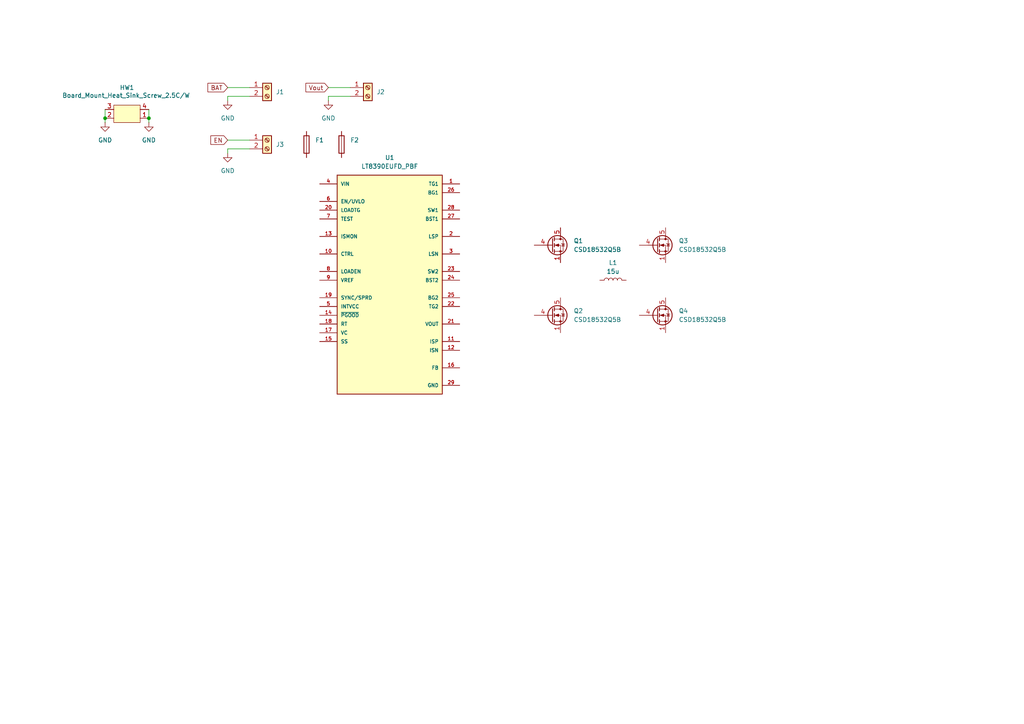
<source format=kicad_sch>
(kicad_sch
	(version 20250114)
	(generator "eeschema")
	(generator_version "9.0")
	(uuid "fa8e210f-4539-4fad-ad3b-e2a7d22847ca")
	(paper "A4")
	(lib_symbols
		(symbol "LT:LT8390EUFD_PBF"
			(pin_names
				(offset 1.016)
			)
			(exclude_from_sim no)
			(in_bom yes)
			(on_board yes)
			(property "Reference" "U"
				(at -15.24 28.829 0)
				(effects
					(font
						(size 1.27 1.27)
					)
					(justify left bottom)
				)
			)
			(property "Value" "LT8390EUFD_PBF"
				(at -15.24 -38.1 0)
				(effects
					(font
						(size 1.27 1.27)
					)
					(justify left bottom)
				)
			)
			(property "Footprint" "LT8390EUFD_PBF:QFN50P500X400X80-29N"
				(at 0 0 0)
				(effects
					(font
						(size 1.27 1.27)
					)
					(justify bottom)
					(hide yes)
				)
			)
			(property "Datasheet" ""
				(at 0 0 0)
				(effects
					(font
						(size 1.27 1.27)
					)
					(hide yes)
				)
			)
			(property "Description" ""
				(at 0 0 0)
				(effects
					(font
						(size 1.27 1.27)
					)
					(hide yes)
				)
			)
			(property "MF" "Analog Devices"
				(at 0 0 0)
				(effects
					(font
						(size 1.27 1.27)
					)
					(justify bottom)
					(hide yes)
				)
			)
			(property "MAXIMUM_PACKAGE_HEIGHT" "0.8mm"
				(at 0 0 0)
				(effects
					(font
						(size 1.27 1.27)
					)
					(justify bottom)
					(hide yes)
				)
			)
			(property "Package" "QFN -28 Analog Devices"
				(at 0 0 0)
				(effects
					(font
						(size 1.27 1.27)
					)
					(justify bottom)
					(hide yes)
				)
			)
			(property "Price" "None"
				(at 0 0 0)
				(effects
					(font
						(size 1.27 1.27)
					)
					(justify bottom)
					(hide yes)
				)
			)
			(property "Check_prices" "https://www.snapeda.com/parts/LT8390EUFD%23PBF/Analog+Devices/view-part/?ref=eda"
				(at 0 0 0)
				(effects
					(font
						(size 1.27 1.27)
					)
					(justify bottom)
					(hide yes)
				)
			)
			(property "STANDARD" "IPC7351B"
				(at 0 0 0)
				(effects
					(font
						(size 1.27 1.27)
					)
					(justify bottom)
					(hide yes)
				)
			)
			(property "PARTREV" "C"
				(at 0 0 0)
				(effects
					(font
						(size 1.27 1.27)
					)
					(justify bottom)
					(hide yes)
				)
			)
			(property "SnapEDA_Link" "https://www.snapeda.com/parts/LT8390EUFD%23PBF/Analog+Devices/view-part/?ref=snap"
				(at 0 0 0)
				(effects
					(font
						(size 1.27 1.27)
					)
					(justify bottom)
					(hide yes)
				)
			)
			(property "MP" "LT8390EUFD#PBF"
				(at 0 0 0)
				(effects
					(font
						(size 1.27 1.27)
					)
					(justify bottom)
					(hide yes)
				)
			)
			(property "Description_1" "60V Synchronous 4-Switch Buck-Boost Controller with Spread Spectrum"
				(at 0 0 0)
				(effects
					(font
						(size 1.27 1.27)
					)
					(justify bottom)
					(hide yes)
				)
			)
			(property "MANUFACTURER" "Analog Devices"
				(at 0 0 0)
				(effects
					(font
						(size 1.27 1.27)
					)
					(justify bottom)
					(hide yes)
				)
			)
			(property "Availability" "In Stock"
				(at 0 0 0)
				(effects
					(font
						(size 1.27 1.27)
					)
					(justify bottom)
					(hide yes)
				)
			)
			(property "SNAPEDA_PN" "LT8390EUFD_PBF"
				(at 0 0 0)
				(effects
					(font
						(size 1.27 1.27)
					)
					(justify bottom)
					(hide yes)
				)
			)
			(symbol "LT8390EUFD_PBF_0_0"
				(rectangle
					(start -15.24 -35.56)
					(end 15.24 27.94)
					(stroke
						(width 0.254)
						(type default)
					)
					(fill
						(type background)
					)
				)
				(pin input line
					(at -20.32 25.4 0)
					(length 5.08)
					(name "VIN"
						(effects
							(font
								(size 1.016 1.016)
							)
						)
					)
					(number "4"
						(effects
							(font
								(size 1.016 1.016)
							)
						)
					)
				)
				(pin input line
					(at -20.32 20.32 0)
					(length 5.08)
					(name "EN/UVLO"
						(effects
							(font
								(size 1.016 1.016)
							)
						)
					)
					(number "6"
						(effects
							(font
								(size 1.016 1.016)
							)
						)
					)
				)
				(pin input line
					(at -20.32 17.78 0)
					(length 5.08)
					(name "LOADTG"
						(effects
							(font
								(size 1.016 1.016)
							)
						)
					)
					(number "20"
						(effects
							(font
								(size 1.016 1.016)
							)
						)
					)
				)
				(pin bidirectional line
					(at -20.32 15.24 0)
					(length 5.08)
					(name "TEST"
						(effects
							(font
								(size 1.016 1.016)
							)
						)
					)
					(number "7"
						(effects
							(font
								(size 1.016 1.016)
							)
						)
					)
				)
				(pin output line
					(at -20.32 10.16 0)
					(length 5.08)
					(name "ISMON"
						(effects
							(font
								(size 1.016 1.016)
							)
						)
					)
					(number "13"
						(effects
							(font
								(size 1.016 1.016)
							)
						)
					)
				)
				(pin input line
					(at -20.32 5.08 0)
					(length 5.08)
					(name "CTRL"
						(effects
							(font
								(size 1.016 1.016)
							)
						)
					)
					(number "10"
						(effects
							(font
								(size 1.016 1.016)
							)
						)
					)
				)
				(pin input line
					(at -20.32 0 0)
					(length 5.08)
					(name "LOADEN"
						(effects
							(font
								(size 1.016 1.016)
							)
						)
					)
					(number "8"
						(effects
							(font
								(size 1.016 1.016)
							)
						)
					)
				)
				(pin output line
					(at -20.32 -2.54 0)
					(length 5.08)
					(name "VREF"
						(effects
							(font
								(size 1.016 1.016)
							)
						)
					)
					(number "9"
						(effects
							(font
								(size 1.016 1.016)
							)
						)
					)
				)
				(pin input line
					(at -20.32 -7.62 0)
					(length 5.08)
					(name "SYNC/SPRD"
						(effects
							(font
								(size 1.016 1.016)
							)
						)
					)
					(number "19"
						(effects
							(font
								(size 1.016 1.016)
							)
						)
					)
				)
				(pin output line
					(at -20.32 -10.16 0)
					(length 5.08)
					(name "INTVCC"
						(effects
							(font
								(size 1.016 1.016)
							)
						)
					)
					(number "5"
						(effects
							(font
								(size 1.016 1.016)
							)
						)
					)
				)
				(pin output line
					(at -20.32 -12.7 0)
					(length 5.08)
					(name "~{PGOOD}"
						(effects
							(font
								(size 1.016 1.016)
							)
						)
					)
					(number "14"
						(effects
							(font
								(size 1.016 1.016)
							)
						)
					)
				)
				(pin input line
					(at -20.32 -15.24 0)
					(length 5.08)
					(name "RT"
						(effects
							(font
								(size 1.016 1.016)
							)
						)
					)
					(number "18"
						(effects
							(font
								(size 1.016 1.016)
							)
						)
					)
				)
				(pin output line
					(at -20.32 -17.78 0)
					(length 5.08)
					(name "VC"
						(effects
							(font
								(size 1.016 1.016)
							)
						)
					)
					(number "17"
						(effects
							(font
								(size 1.016 1.016)
							)
						)
					)
				)
				(pin input line
					(at -20.32 -20.32 0)
					(length 5.08)
					(name "SS"
						(effects
							(font
								(size 1.016 1.016)
							)
						)
					)
					(number "15"
						(effects
							(font
								(size 1.016 1.016)
							)
						)
					)
				)
				(pin passive line
					(at 20.32 25.4 180)
					(length 5.08)
					(name "TG1"
						(effects
							(font
								(size 1.016 1.016)
							)
						)
					)
					(number "1"
						(effects
							(font
								(size 1.016 1.016)
							)
						)
					)
				)
				(pin passive line
					(at 20.32 22.86 180)
					(length 5.08)
					(name "BG1"
						(effects
							(font
								(size 1.016 1.016)
							)
						)
					)
					(number "26"
						(effects
							(font
								(size 1.016 1.016)
							)
						)
					)
				)
				(pin output line
					(at 20.32 17.78 180)
					(length 5.08)
					(name "SW1"
						(effects
							(font
								(size 1.016 1.016)
							)
						)
					)
					(number "28"
						(effects
							(font
								(size 1.016 1.016)
							)
						)
					)
				)
				(pin input line
					(at 20.32 15.24 180)
					(length 5.08)
					(name "BST1"
						(effects
							(font
								(size 1.016 1.016)
							)
						)
					)
					(number "27"
						(effects
							(font
								(size 1.016 1.016)
							)
						)
					)
				)
				(pin passive line
					(at 20.32 10.16 180)
					(length 5.08)
					(name "LSP"
						(effects
							(font
								(size 1.016 1.016)
							)
						)
					)
					(number "2"
						(effects
							(font
								(size 1.016 1.016)
							)
						)
					)
				)
				(pin passive line
					(at 20.32 5.08 180)
					(length 5.08)
					(name "LSN"
						(effects
							(font
								(size 1.016 1.016)
							)
						)
					)
					(number "3"
						(effects
							(font
								(size 1.016 1.016)
							)
						)
					)
				)
				(pin output line
					(at 20.32 0 180)
					(length 5.08)
					(name "SW2"
						(effects
							(font
								(size 1.016 1.016)
							)
						)
					)
					(number "23"
						(effects
							(font
								(size 1.016 1.016)
							)
						)
					)
				)
				(pin input line
					(at 20.32 -2.54 180)
					(length 5.08)
					(name "BST2"
						(effects
							(font
								(size 1.016 1.016)
							)
						)
					)
					(number "24"
						(effects
							(font
								(size 1.016 1.016)
							)
						)
					)
				)
				(pin passive line
					(at 20.32 -7.62 180)
					(length 5.08)
					(name "BG2"
						(effects
							(font
								(size 1.016 1.016)
							)
						)
					)
					(number "25"
						(effects
							(font
								(size 1.016 1.016)
							)
						)
					)
				)
				(pin passive line
					(at 20.32 -10.16 180)
					(length 5.08)
					(name "TG2"
						(effects
							(font
								(size 1.016 1.016)
							)
						)
					)
					(number "22"
						(effects
							(font
								(size 1.016 1.016)
							)
						)
					)
				)
				(pin output line
					(at 20.32 -15.24 180)
					(length 5.08)
					(name "VOUT"
						(effects
							(font
								(size 1.016 1.016)
							)
						)
					)
					(number "21"
						(effects
							(font
								(size 1.016 1.016)
							)
						)
					)
				)
				(pin passive line
					(at 20.32 -20.32 180)
					(length 5.08)
					(name "ISP"
						(effects
							(font
								(size 1.016 1.016)
							)
						)
					)
					(number "11"
						(effects
							(font
								(size 1.016 1.016)
							)
						)
					)
				)
				(pin passive line
					(at 20.32 -22.86 180)
					(length 5.08)
					(name "ISN"
						(effects
							(font
								(size 1.016 1.016)
							)
						)
					)
					(number "12"
						(effects
							(font
								(size 1.016 1.016)
							)
						)
					)
				)
				(pin input line
					(at 20.32 -27.94 180)
					(length 5.08)
					(name "FB"
						(effects
							(font
								(size 1.016 1.016)
							)
						)
					)
					(number "16"
						(effects
							(font
								(size 1.016 1.016)
							)
						)
					)
				)
				(pin power_in line
					(at 20.32 -33.02 180)
					(length 5.08)
					(name "GND"
						(effects
							(font
								(size 1.016 1.016)
							)
						)
					)
					(number "29"
						(effects
							(font
								(size 1.016 1.016)
							)
						)
					)
				)
			)
			(embedded_fonts no)
		)
		(symbol "Transistor_FET:CSD18532Q5B"
			(pin_names
				(offset 0)
				(hide yes)
			)
			(exclude_from_sim no)
			(in_bom yes)
			(on_board yes)
			(property "Reference" "Q"
				(at 5.08 1.905 0)
				(effects
					(font
						(size 1.27 1.27)
					)
					(justify left)
				)
			)
			(property "Value" "CSD18532Q5B"
				(at 5.08 0 0)
				(effects
					(font
						(size 1.27 1.27)
					)
					(justify left)
				)
			)
			(property "Footprint" "Package_TO_SOT_SMD:TDSON-8-1"
				(at 5.08 -1.905 0)
				(effects
					(font
						(size 1.27 1.27)
						(italic yes)
					)
					(justify left)
					(hide yes)
				)
			)
			(property "Datasheet" "http://www.ti.com/lit/gpn/csd18532q5b"
				(at 5.08 -3.81 0)
				(effects
					(font
						(size 1.27 1.27)
					)
					(justify left)
					(hide yes)
				)
			)
			(property "Description" "100A Id, 60V Vds, NexFET N-Channel Power MOSFET, 3.2mOhm Ron, 44nC Qg(typ), SON8 5x6mm"
				(at 0 0 0)
				(effects
					(font
						(size 1.27 1.27)
					)
					(hide yes)
				)
			)
			(property "ki_keywords" "NexFET Power MOSFET N-MOS"
				(at 0 0 0)
				(effects
					(font
						(size 1.27 1.27)
					)
					(hide yes)
				)
			)
			(property "ki_fp_filters" "TDSON*"
				(at 0 0 0)
				(effects
					(font
						(size 1.27 1.27)
					)
					(hide yes)
				)
			)
			(symbol "CSD18532Q5B_0_1"
				(polyline
					(pts
						(xy 0.254 1.905) (xy 0.254 -1.905)
					)
					(stroke
						(width 0.254)
						(type default)
					)
					(fill
						(type none)
					)
				)
				(polyline
					(pts
						(xy 0.254 0) (xy -2.54 0)
					)
					(stroke
						(width 0)
						(type default)
					)
					(fill
						(type none)
					)
				)
				(polyline
					(pts
						(xy 0.762 2.286) (xy 0.762 1.27)
					)
					(stroke
						(width 0.254)
						(type default)
					)
					(fill
						(type none)
					)
				)
				(polyline
					(pts
						(xy 0.762 0.508) (xy 0.762 -0.508)
					)
					(stroke
						(width 0.254)
						(type default)
					)
					(fill
						(type none)
					)
				)
				(polyline
					(pts
						(xy 0.762 -1.27) (xy 0.762 -2.286)
					)
					(stroke
						(width 0.254)
						(type default)
					)
					(fill
						(type none)
					)
				)
				(polyline
					(pts
						(xy 0.762 -1.778) (xy 3.302 -1.778) (xy 3.302 1.778) (xy 0.762 1.778)
					)
					(stroke
						(width 0)
						(type default)
					)
					(fill
						(type none)
					)
				)
				(polyline
					(pts
						(xy 1.016 0) (xy 2.032 0.381) (xy 2.032 -0.381) (xy 1.016 0)
					)
					(stroke
						(width 0)
						(type default)
					)
					(fill
						(type outline)
					)
				)
				(circle
					(center 1.651 0)
					(radius 2.794)
					(stroke
						(width 0.254)
						(type default)
					)
					(fill
						(type none)
					)
				)
				(polyline
					(pts
						(xy 2.54 2.54) (xy 2.54 1.778)
					)
					(stroke
						(width 0)
						(type default)
					)
					(fill
						(type none)
					)
				)
				(circle
					(center 2.54 1.778)
					(radius 0.254)
					(stroke
						(width 0)
						(type default)
					)
					(fill
						(type outline)
					)
				)
				(circle
					(center 2.54 -1.778)
					(radius 0.254)
					(stroke
						(width 0)
						(type default)
					)
					(fill
						(type outline)
					)
				)
				(polyline
					(pts
						(xy 2.54 -2.54) (xy 2.54 0) (xy 0.762 0)
					)
					(stroke
						(width 0)
						(type default)
					)
					(fill
						(type none)
					)
				)
				(polyline
					(pts
						(xy 2.794 0.508) (xy 2.921 0.381) (xy 3.683 0.381) (xy 3.81 0.254)
					)
					(stroke
						(width 0)
						(type default)
					)
					(fill
						(type none)
					)
				)
				(polyline
					(pts
						(xy 3.302 0.381) (xy 2.921 -0.254) (xy 3.683 -0.254) (xy 3.302 0.381)
					)
					(stroke
						(width 0)
						(type default)
					)
					(fill
						(type none)
					)
				)
			)
			(symbol "CSD18532Q5B_1_1"
				(pin input line
					(at -5.08 0 0)
					(length 5.08)
					(name "G"
						(effects
							(font
								(size 1.27 1.27)
							)
						)
					)
					(number "4"
						(effects
							(font
								(size 1.27 1.27)
							)
						)
					)
				)
				(pin passive line
					(at 2.54 5.08 270)
					(length 2.54)
					(name "D"
						(effects
							(font
								(size 1.27 1.27)
							)
						)
					)
					(number "5"
						(effects
							(font
								(size 1.27 1.27)
							)
						)
					)
				)
				(pin passive line
					(at 2.54 -5.08 90)
					(length 2.54)
					(name "S"
						(effects
							(font
								(size 1.27 1.27)
							)
						)
					)
					(number "1"
						(effects
							(font
								(size 1.27 1.27)
							)
						)
					)
				)
				(pin passive line
					(at 2.54 -5.08 90)
					(length 2.54)
					(hide yes)
					(name "S"
						(effects
							(font
								(size 1.27 1.27)
							)
						)
					)
					(number "2"
						(effects
							(font
								(size 1.27 1.27)
							)
						)
					)
				)
				(pin passive line
					(at 2.54 -5.08 90)
					(length 2.54)
					(hide yes)
					(name "S"
						(effects
							(font
								(size 1.27 1.27)
							)
						)
					)
					(number "3"
						(effects
							(font
								(size 1.27 1.27)
							)
						)
					)
				)
			)
			(embedded_fonts no)
		)
		(symbol "power:GND"
			(power)
			(pin_numbers
				(hide yes)
			)
			(pin_names
				(offset 0)
				(hide yes)
			)
			(exclude_from_sim no)
			(in_bom yes)
			(on_board yes)
			(property "Reference" "#PWR"
				(at 0 -6.35 0)
				(effects
					(font
						(size 1.27 1.27)
					)
					(hide yes)
				)
			)
			(property "Value" "GND"
				(at 0 -3.81 0)
				(effects
					(font
						(size 1.27 1.27)
					)
				)
			)
			(property "Footprint" ""
				(at 0 0 0)
				(effects
					(font
						(size 1.27 1.27)
					)
					(hide yes)
				)
			)
			(property "Datasheet" ""
				(at 0 0 0)
				(effects
					(font
						(size 1.27 1.27)
					)
					(hide yes)
				)
			)
			(property "Description" "Power symbol creates a global label with name \"GND\" , ground"
				(at 0 0 0)
				(effects
					(font
						(size 1.27 1.27)
					)
					(hide yes)
				)
			)
			(property "ki_keywords" "global power"
				(at 0 0 0)
				(effects
					(font
						(size 1.27 1.27)
					)
					(hide yes)
				)
			)
			(symbol "GND_0_1"
				(polyline
					(pts
						(xy 0 0) (xy 0 -1.27) (xy 1.27 -1.27) (xy 0 -2.54) (xy -1.27 -1.27) (xy 0 -1.27)
					)
					(stroke
						(width 0)
						(type default)
					)
					(fill
						(type none)
					)
				)
			)
			(symbol "GND_1_1"
				(pin power_in line
					(at 0 0 270)
					(length 0)
					(name "~"
						(effects
							(font
								(size 1.27 1.27)
							)
						)
					)
					(number "1"
						(effects
							(font
								(size 1.27 1.27)
							)
						)
					)
				)
			)
			(embedded_fonts no)
		)
		(symbol "rsx_fuses:Fuse_Holder_Auto"
			(pin_numbers
				(hide yes)
			)
			(pin_names
				(offset 0)
			)
			(exclude_from_sim no)
			(in_bom yes)
			(on_board yes)
			(property "Reference" "F"
				(at 2.032 0 90)
				(effects
					(font
						(size 1.27 1.27)
					)
				)
			)
			(property "Value" "Fuse_Holder_Auto"
				(at -1.905 0 90)
				(effects
					(font
						(size 1.27 1.27)
					)
				)
			)
			(property "Footprint" "rsx_fuses:FUSE_3568-10"
				(at -1.778 0 90)
				(effects
					(font
						(size 1.27 1.27)
					)
					(hide yes)
				)
			)
			(property "Datasheet" "~"
				(at 0 0 0)
				(effects
					(font
						(size 1.27 1.27)
					)
					(hide yes)
				)
			)
			(property "Description" "Fuse Holder 30 A 500V 1 Circuit Blade Through Hole"
				(at 0 0 0)
				(effects
					(font
						(size 1.27 1.27)
					)
					(hide yes)
				)
			)
			(property "MFR" "Keystone Electronics"
				(at 0 0 0)
				(effects
					(font
						(size 1.27 1.27)
					)
					(hide yes)
				)
			)
			(property "DPN" "36-3568-10-ND"
				(at 0 0 0)
				(effects
					(font
						(size 1.27 1.27)
					)
					(hide yes)
				)
			)
			(property "MPN" "3568-10"
				(at 0 0 0)
				(effects
					(font
						(size 1.27 1.27)
					)
					(hide yes)
				)
			)
			(property "ki_keywords" "fuse"
				(at 0 0 0)
				(effects
					(font
						(size 1.27 1.27)
					)
					(hide yes)
				)
			)
			(property "ki_fp_filters" "*Fuse*"
				(at 0 0 0)
				(effects
					(font
						(size 1.27 1.27)
					)
					(hide yes)
				)
			)
			(symbol "Fuse_Holder_Auto_0_1"
				(rectangle
					(start -0.762 2.54)
					(end 0.762 -2.54)
					(stroke
						(width 0.254)
						(type default)
					)
					(fill
						(type none)
					)
				)
				(polyline
					(pts
						(xy 0 2.54) (xy 0 -2.54)
					)
					(stroke
						(width 0)
						(type default)
					)
					(fill
						(type none)
					)
				)
			)
			(symbol "Fuse_Holder_Auto_1_1"
				(pin passive line
					(at 0 3.81 270)
					(length 1.27)
					(name "~"
						(effects
							(font
								(size 1.27 1.27)
							)
						)
					)
					(number "1"
						(effects
							(font
								(size 1.27 1.27)
							)
						)
					)
				)
				(pin passive line
					(at 0 -3.81 90)
					(length 1.27)
					(name "~"
						(effects
							(font
								(size 1.27 1.27)
							)
						)
					)
					(number "2"
						(effects
							(font
								(size 1.27 1.27)
							)
						)
					)
				)
			)
			(embedded_fonts no)
		)
		(symbol "rsx_header_screw:Screw_Terminal_2x2.54"
			(pin_names
				(offset 1.016)
				(hide yes)
			)
			(exclude_from_sim no)
			(in_bom yes)
			(on_board yes)
			(property "Reference" "J"
				(at 0 2.54 0)
				(effects
					(font
						(size 1.27 1.27)
					)
				)
			)
			(property "Value" "Screw_Terminal_2x2.54"
				(at 0 -5.08 0)
				(effects
					(font
						(size 1.27 1.27)
					)
					(hide yes)
				)
			)
			(property "Footprint" "rsx_headers_screw:Wurth_691210910002"
				(at 0 0 0)
				(effects
					(font
						(size 1.27 1.27)
					)
					(hide yes)
				)
			)
			(property "Datasheet" "~"
				(at 0 0 0)
				(effects
					(font
						(size 1.27 1.27)
					)
					(hide yes)
				)
			)
			(property "Description" "TERM BLOCK 2P HORIZON 2.54MM PCB"
				(at 0 0 0)
				(effects
					(font
						(size 1.27 1.27)
					)
					(hide yes)
				)
			)
			(property "MFR" "Würth Elektronik"
				(at 0 0 0)
				(effects
					(font
						(size 1.27 1.27)
					)
					(hide yes)
				)
			)
			(property "DPN" "732-691210910002-ND"
				(at 0 0 0)
				(effects
					(font
						(size 1.27 1.27)
					)
					(hide yes)
				)
			)
			(property "MPN" "691210910002"
				(at 0 0 0)
				(effects
					(font
						(size 1.27 1.27)
					)
					(hide yes)
				)
			)
			(property "ki_keywords" "screw terminal"
				(at 0 0 0)
				(effects
					(font
						(size 1.27 1.27)
					)
					(hide yes)
				)
			)
			(property "ki_fp_filters" "TerminalBlock*:*"
				(at 0 0 0)
				(effects
					(font
						(size 1.27 1.27)
					)
					(hide yes)
				)
			)
			(symbol "Screw_Terminal_2x2.54_1_1"
				(rectangle
					(start -1.27 1.27)
					(end 1.27 -3.81)
					(stroke
						(width 0.254)
						(type default)
					)
					(fill
						(type background)
					)
				)
				(polyline
					(pts
						(xy -0.5334 0.3302) (xy 0.3302 -0.508)
					)
					(stroke
						(width 0.1524)
						(type default)
					)
					(fill
						(type none)
					)
				)
				(polyline
					(pts
						(xy -0.5334 -2.2098) (xy 0.3302 -3.048)
					)
					(stroke
						(width 0.1524)
						(type default)
					)
					(fill
						(type none)
					)
				)
				(polyline
					(pts
						(xy -0.3556 0.508) (xy 0.508 -0.3302)
					)
					(stroke
						(width 0.1524)
						(type default)
					)
					(fill
						(type none)
					)
				)
				(polyline
					(pts
						(xy -0.3556 -2.032) (xy 0.508 -2.8702)
					)
					(stroke
						(width 0.1524)
						(type default)
					)
					(fill
						(type none)
					)
				)
				(circle
					(center 0 0)
					(radius 0.635)
					(stroke
						(width 0.1524)
						(type default)
					)
					(fill
						(type none)
					)
				)
				(circle
					(center 0 -2.54)
					(radius 0.635)
					(stroke
						(width 0.1524)
						(type default)
					)
					(fill
						(type none)
					)
				)
				(pin passive line
					(at -5.08 0 0)
					(length 3.81)
					(name "Pin_1"
						(effects
							(font
								(size 1.27 1.27)
							)
						)
					)
					(number "1"
						(effects
							(font
								(size 1.27 1.27)
							)
						)
					)
				)
				(pin passive line
					(at -5.08 -2.54 0)
					(length 3.81)
					(name "Pin_2"
						(effects
							(font
								(size 1.27 1.27)
							)
						)
					)
					(number "2"
						(effects
							(font
								(size 1.27 1.27)
							)
						)
					)
				)
			)
			(embedded_fonts no)
		)
		(symbol "rsx_header_screw:Screw_Terminal_2x5.08"
			(pin_names
				(offset 1.016)
				(hide yes)
			)
			(exclude_from_sim no)
			(in_bom yes)
			(on_board yes)
			(property "Reference" "J"
				(at 0 2.54 0)
				(effects
					(font
						(size 1.27 1.27)
					)
				)
			)
			(property "Value" "Screw_Terminal_2x5.08"
				(at 0 -5.08 0)
				(effects
					(font
						(size 1.27 1.27)
					)
					(hide yes)
				)
			)
			(property "Footprint" "rsx_headers_screw:Molex_0398800302"
				(at 0 0 0)
				(effects
					(font
						(size 1.27 1.27)
					)
					(hide yes)
				)
			)
			(property "Datasheet" "~"
				(at 0 0 0)
				(effects
					(font
						(size 1.27 1.27)
					)
					(hide yes)
				)
			)
			(property "Description" "TERM BLK 2P SIDE ENT 5.08MM PCB"
				(at 0 0 0)
				(effects
					(font
						(size 1.27 1.27)
					)
					(hide yes)
				)
			)
			(property "MFR" "Molex"
				(at 0 0 0)
				(effects
					(font
						(size 1.27 1.27)
					)
					(hide yes)
				)
			)
			(property "DPN" "WM4393-ND"
				(at 0 0 0)
				(effects
					(font
						(size 1.27 1.27)
					)
					(hide yes)
				)
			)
			(property "MPN" "398800302"
				(at 0 0 0)
				(effects
					(font
						(size 1.27 1.27)
					)
					(hide yes)
				)
			)
			(property "ki_keywords" "screw terminal"
				(at 0 0 0)
				(effects
					(font
						(size 1.27 1.27)
					)
					(hide yes)
				)
			)
			(property "ki_fp_filters" "TerminalBlock*:*"
				(at 0 0 0)
				(effects
					(font
						(size 1.27 1.27)
					)
					(hide yes)
				)
			)
			(symbol "Screw_Terminal_2x5.08_1_1"
				(rectangle
					(start -1.27 1.27)
					(end 1.27 -3.81)
					(stroke
						(width 0.254)
						(type default)
					)
					(fill
						(type background)
					)
				)
				(polyline
					(pts
						(xy -0.5334 0.3302) (xy 0.3302 -0.508)
					)
					(stroke
						(width 0.1524)
						(type default)
					)
					(fill
						(type none)
					)
				)
				(polyline
					(pts
						(xy -0.5334 -2.2098) (xy 0.3302 -3.048)
					)
					(stroke
						(width 0.1524)
						(type default)
					)
					(fill
						(type none)
					)
				)
				(polyline
					(pts
						(xy -0.3556 0.508) (xy 0.508 -0.3302)
					)
					(stroke
						(width 0.1524)
						(type default)
					)
					(fill
						(type none)
					)
				)
				(polyline
					(pts
						(xy -0.3556 -2.032) (xy 0.508 -2.8702)
					)
					(stroke
						(width 0.1524)
						(type default)
					)
					(fill
						(type none)
					)
				)
				(circle
					(center 0 0)
					(radius 0.635)
					(stroke
						(width 0.1524)
						(type default)
					)
					(fill
						(type none)
					)
				)
				(circle
					(center 0 -2.54)
					(radius 0.635)
					(stroke
						(width 0.1524)
						(type default)
					)
					(fill
						(type none)
					)
				)
				(pin passive line
					(at -5.08 0 0)
					(length 3.81)
					(name "Pin_1"
						(effects
							(font
								(size 1.27 1.27)
							)
						)
					)
					(number "1"
						(effects
							(font
								(size 1.27 1.27)
							)
						)
					)
				)
				(pin passive line
					(at -5.08 -2.54 0)
					(length 3.81)
					(name "Pin_2"
						(effects
							(font
								(size 1.27 1.27)
							)
						)
					)
					(number "2"
						(effects
							(font
								(size 1.27 1.27)
							)
						)
					)
				)
			)
			(embedded_fonts no)
		)
		(symbol "rsx_inductors:15u_21A"
			(pin_numbers
				(hide yes)
			)
			(pin_names
				(offset 1.016)
				(hide yes)
			)
			(exclude_from_sim no)
			(in_bom yes)
			(on_board yes)
			(property "Reference" "L"
				(at -1.27 0 90)
				(effects
					(font
						(size 1.27 1.27)
					)
				)
			)
			(property "Value" "15u_21A"
				(at 1.905 0 90)
				(effects
					(font
						(size 1.27 1.27)
					)
				)
			)
			(property "Footprint" "rsx_inductors:PQ2617BHA-XXXK"
				(at 2.54 12.7 0)
				(effects
					(font
						(size 1.27 1.27)
					)
					(hide yes)
				)
			)
			(property "Datasheet" "~"
				(at 0 17.78 0)
				(effects
					(font
						(size 1.27 1.27)
					)
					(hide yes)
				)
			)
			(property "Description" "FIXED IND 15UH 28A 2.5 MOHM SMD"
				(at 0 0 0)
				(effects
					(font
						(size 1.27 1.27)
					)
					(hide yes)
				)
			)
			(property "MFR" "Bourns Inc."
				(at 0 11.43 0)
				(effects
					(font
						(size 1.27 1.27)
					)
					(hide yes)
				)
			)
			(property "DPN" "PQ2617BHA-150K-ND"
				(at 2.54 13.97 0)
				(effects
					(font
						(size 1.27 1.27)
					)
					(hide yes)
				)
			)
			(property "MPN" "PQ2617BHA-150K"
				(at 2.54 16.51 0)
				(effects
					(font
						(size 1.27 1.27)
					)
					(hide yes)
				)
			)
			(property "ki_keywords" "inductor choke coil reactor magnetic"
				(at 0 0 0)
				(effects
					(font
						(size 1.27 1.27)
					)
					(hide yes)
				)
			)
			(property "ki_fp_filters" "Choke_* *Coil* Inductor_* L_*"
				(at 0 0 0)
				(effects
					(font
						(size 1.27 1.27)
					)
					(hide yes)
				)
			)
			(symbol "15u_21A_0_1"
				(arc
					(start 0 2.54)
					(mid 0.6323 1.905)
					(end 0 1.27)
					(stroke
						(width 0)
						(type default)
					)
					(fill
						(type none)
					)
				)
				(arc
					(start 0 1.27)
					(mid 0.6323 0.635)
					(end 0 0)
					(stroke
						(width 0)
						(type default)
					)
					(fill
						(type none)
					)
				)
				(arc
					(start 0 0)
					(mid 0.6323 -0.635)
					(end 0 -1.27)
					(stroke
						(width 0)
						(type default)
					)
					(fill
						(type none)
					)
				)
				(arc
					(start 0 -1.27)
					(mid 0.6323 -1.905)
					(end 0 -2.54)
					(stroke
						(width 0)
						(type default)
					)
					(fill
						(type none)
					)
				)
			)
			(symbol "15u_21A_1_1"
				(pin passive line
					(at 0 3.81 270)
					(length 1.27)
					(name "1"
						(effects
							(font
								(size 1.27 1.27)
							)
						)
					)
					(number "1"
						(effects
							(font
								(size 1.27 1.27)
							)
						)
					)
				)
				(pin passive line
					(at 0 -3.81 90)
					(length 1.27)
					(name "2"
						(effects
							(font
								(size 1.27 1.27)
							)
						)
					)
					(number "2"
						(effects
							(font
								(size 1.27 1.27)
							)
						)
					)
				)
			)
			(embedded_fonts no)
		)
		(symbol "rsx_misc:Board_Mount_Heat_Sink_Screw_2.5C/W"
			(pin_names
				(offset 1.016)
			)
			(exclude_from_sim no)
			(in_bom yes)
			(on_board yes)
			(property "Reference" "HW"
				(at 0 3.81 0)
				(effects
					(font
						(size 1.27 1.27)
					)
				)
			)
			(property "Value" "Board_Mount_Heat_Sink_Screw_2.5C/W"
				(at 0 -3.556 0)
				(effects
					(font
						(size 1.27 1.27)
					)
				)
			)
			(property "Footprint" "rsx_misc:ATS-1139-C1-R0"
				(at -0.254 10.414 0)
				(effects
					(font
						(size 1.27 1.27)
					)
					(hide yes)
				)
			)
			(property "Datasheet" ""
				(at 0 0 0)
				(effects
					(font
						(size 1.27 1.27)
					)
					(hide yes)
				)
			)
			(property "Description" "1/4 BRICK HEATSINK 37X58X11.4MM"
				(at -0.254 10.414 0)
				(effects
					(font
						(size 1.27 1.27)
					)
					(hide yes)
				)
			)
			(property "DPN" "ATS1499-ND"
				(at -0.254 10.414 0)
				(effects
					(font
						(size 1.27 1.27)
					)
					(hide yes)
				)
			)
			(property "MPN" "ATS-1139-C1-R0"
				(at 0 10.414 0)
				(effects
					(font
						(size 1.27 1.27)
					)
					(hide yes)
				)
			)
			(property "McMaster-Carr" "  90818A102"
				(at -0.254 10.414 0)
				(effects
					(font
						(size 1.27 1.27)
					)
					(hide yes)
				)
			)
			(symbol "Board_Mount_Heat_Sink_Screw_2.5C/W_0_1"
				(rectangle
					(start -3.81 2.54)
					(end 3.81 -2.54)
					(stroke
						(width 0)
						(type default)
					)
					(fill
						(type background)
					)
				)
			)
			(symbol "Board_Mount_Heat_Sink_Screw_2.5C/W_1_1"
				(pin passive line
					(at -6.35 1.27 0)
					(length 2.54)
					(name ""
						(effects
							(font
								(size 1.27 1.27)
							)
						)
					)
					(number "3"
						(effects
							(font
								(size 1.27 1.27)
							)
						)
					)
				)
				(pin passive line
					(at -6.35 -1.27 0)
					(length 2.54)
					(name ""
						(effects
							(font
								(size 1.27 1.27)
							)
						)
					)
					(number "2"
						(effects
							(font
								(size 1.27 1.27)
							)
						)
					)
				)
				(pin passive line
					(at 6.35 1.27 180)
					(length 2.54)
					(name ""
						(effects
							(font
								(size 1.27 1.27)
							)
						)
					)
					(number "4"
						(effects
							(font
								(size 1.27 1.27)
							)
						)
					)
				)
				(pin passive line
					(at 6.35 -1.27 180)
					(length 2.54)
					(name ""
						(effects
							(font
								(size 1.27 1.27)
							)
						)
					)
					(number "1"
						(effects
							(font
								(size 1.27 1.27)
							)
						)
					)
				)
			)
			(embedded_fonts no)
		)
	)
	(junction
		(at 30.48 34.29)
		(diameter 0)
		(color 0 0 0 0)
		(uuid "3929b28f-aecc-4413-b0ba-8688d2d46ac7")
	)
	(junction
		(at 43.18 34.29)
		(diameter 0)
		(color 0 0 0 0)
		(uuid "a2adebc3-b7d2-4d5d-a1d0-55a39a7524e2")
	)
	(wire
		(pts
			(xy 72.39 43.18) (xy 66.04 43.18)
		)
		(stroke
			(width 0)
			(type default)
		)
		(uuid "1c44cbed-661f-4ffe-88f2-0d15222179e9")
	)
	(wire
		(pts
			(xy 66.04 43.18) (xy 66.04 44.45)
		)
		(stroke
			(width 0)
			(type default)
		)
		(uuid "1f752e60-59a5-4958-aca9-733588b8c314")
	)
	(wire
		(pts
			(xy 43.18 34.29) (xy 43.18 35.56)
		)
		(stroke
			(width 0)
			(type default)
		)
		(uuid "20233a36-02db-4d59-aeeb-f6cb840772cc")
	)
	(wire
		(pts
			(xy 66.04 25.4) (xy 72.39 25.4)
		)
		(stroke
			(width 0)
			(type default)
		)
		(uuid "266df60a-617c-45bc-bab0-891d2c0bd4ec")
	)
	(wire
		(pts
			(xy 72.39 27.94) (xy 66.04 27.94)
		)
		(stroke
			(width 0)
			(type default)
		)
		(uuid "3eab88cf-396c-4338-b1ca-29fe9aaa82d3")
	)
	(wire
		(pts
			(xy 101.6 27.94) (xy 95.25 27.94)
		)
		(stroke
			(width 0)
			(type default)
		)
		(uuid "456ec364-0f33-4018-9fb3-d11313417f41")
	)
	(wire
		(pts
			(xy 43.18 34.29) (xy 43.18 31.75)
		)
		(stroke
			(width 0)
			(type default)
		)
		(uuid "6ba9e239-ba9e-41ef-b4cd-f7f3511d1848")
	)
	(wire
		(pts
			(xy 95.25 25.4) (xy 101.6 25.4)
		)
		(stroke
			(width 0)
			(type default)
		)
		(uuid "749544ad-dba2-40d2-a707-30c542bf421f")
	)
	(wire
		(pts
			(xy 95.25 27.94) (xy 95.25 29.21)
		)
		(stroke
			(width 0)
			(type default)
		)
		(uuid "93742469-8bfb-46dd-8d9b-6e14d61cf8cb")
	)
	(wire
		(pts
			(xy 66.04 27.94) (xy 66.04 29.21)
		)
		(stroke
			(width 0)
			(type default)
		)
		(uuid "98f59f1c-ba78-4da8-80db-ad9aaf081d1d")
	)
	(wire
		(pts
			(xy 30.48 31.75) (xy 30.48 34.29)
		)
		(stroke
			(width 0)
			(type default)
		)
		(uuid "a7330321-e971-4c90-9ea1-0acec7e36982")
	)
	(wire
		(pts
			(xy 30.48 34.29) (xy 30.48 35.56)
		)
		(stroke
			(width 0)
			(type default)
		)
		(uuid "b6077de9-5d6a-486f-9cc2-bc752e7f5812")
	)
	(wire
		(pts
			(xy 66.04 40.64) (xy 72.39 40.64)
		)
		(stroke
			(width 0)
			(type default)
		)
		(uuid "bea0b8a9-0dce-47e5-aaa5-0fc7383fab24")
	)
	(global_label "BAT"
		(shape input)
		(at 66.04 25.4 180)
		(fields_autoplaced yes)
		(effects
			(font
				(size 1.27 1.27)
			)
			(justify right)
		)
		(uuid "77128b2c-2594-42db-a408-0aa988f08225")
		(property "Intersheetrefs" "${INTERSHEET_REFS}"
			(at 59.7286 25.4 0)
			(effects
				(font
					(size 1.27 1.27)
				)
				(justify right)
				(hide yes)
			)
		)
	)
	(global_label "Vout"
		(shape input)
		(at 95.25 25.4 180)
		(fields_autoplaced yes)
		(effects
			(font
				(size 1.27 1.27)
			)
			(justify right)
		)
		(uuid "e7695589-95fe-4c0b-ac14-847045f1510c")
		(property "Intersheetrefs" "${INTERSHEET_REFS}"
			(at 88.1525 25.4 0)
			(effects
				(font
					(size 1.27 1.27)
				)
				(justify right)
				(hide yes)
			)
		)
	)
	(global_label "EN"
		(shape input)
		(at 66.04 40.64 180)
		(fields_autoplaced yes)
		(effects
			(font
				(size 1.27 1.27)
			)
			(justify right)
		)
		(uuid "ffea7d6e-8d6e-4f74-a16a-3600d51fe0f0")
		(property "Intersheetrefs" "${INTERSHEET_REFS}"
			(at 60.5753 40.64 0)
			(effects
				(font
					(size 1.27 1.27)
				)
				(justify right)
				(hide yes)
			)
		)
	)
	(symbol
		(lib_id "power:GND")
		(at 95.25 29.21 0)
		(unit 1)
		(exclude_from_sim no)
		(in_bom yes)
		(on_board yes)
		(dnp no)
		(fields_autoplaced yes)
		(uuid "11ea6f8a-f001-40dd-ab97-7321494e6ae6")
		(property "Reference" "#PWR02"
			(at 95.25 35.56 0)
			(effects
				(font
					(size 1.27 1.27)
				)
				(hide yes)
			)
		)
		(property "Value" "GND"
			(at 95.25 34.29 0)
			(effects
				(font
					(size 1.27 1.27)
				)
			)
		)
		(property "Footprint" ""
			(at 95.25 29.21 0)
			(effects
				(font
					(size 1.27 1.27)
				)
				(hide yes)
			)
		)
		(property "Datasheet" ""
			(at 95.25 29.21 0)
			(effects
				(font
					(size 1.27 1.27)
				)
				(hide yes)
			)
		)
		(property "Description" "Power symbol creates a global label with name \"GND\" , ground"
			(at 95.25 29.21 0)
			(effects
				(font
					(size 1.27 1.27)
				)
				(hide yes)
			)
		)
		(pin "1"
			(uuid "809cb7d4-dd54-46b4-b2c4-cc377d968295")
		)
		(instances
			(project "Buck_Boost_main"
				(path "/fa8e210f-4539-4fad-ad3b-e2a7d22847ca"
					(reference "#PWR02")
					(unit 1)
				)
			)
		)
	)
	(symbol
		(lib_id "rsx_header_screw:Screw_Terminal_2x5.08")
		(at 106.68 25.4 0)
		(unit 1)
		(exclude_from_sim no)
		(in_bom yes)
		(on_board yes)
		(dnp no)
		(fields_autoplaced yes)
		(uuid "2c3e08c8-a6fc-4920-ac4e-4d7d4bd69c76")
		(property "Reference" "J2"
			(at 109.22 26.6699 0)
			(effects
				(font
					(size 1.27 1.27)
				)
				(justify left)
			)
		)
		(property "Value" "Screw_Terminal_2x5.08"
			(at 106.68 30.48 0)
			(effects
				(font
					(size 1.27 1.27)
				)
				(hide yes)
			)
		)
		(property "Footprint" "rsx_headers_screw:Molex_0398800302"
			(at 106.68 25.4 0)
			(effects
				(font
					(size 1.27 1.27)
				)
				(hide yes)
			)
		)
		(property "Datasheet" "~"
			(at 106.68 25.4 0)
			(effects
				(font
					(size 1.27 1.27)
				)
				(hide yes)
			)
		)
		(property "Description" "TERM BLK 2P SIDE ENT 5.08MM PCB"
			(at 106.68 25.4 0)
			(effects
				(font
					(size 1.27 1.27)
				)
				(hide yes)
			)
		)
		(property "MFR" "Molex"
			(at 106.68 25.4 0)
			(effects
				(font
					(size 1.27 1.27)
				)
				(hide yes)
			)
		)
		(property "DPN" "WM4393-ND"
			(at 106.68 25.4 0)
			(effects
				(font
					(size 1.27 1.27)
				)
				(hide yes)
			)
		)
		(property "MPN" "398800302"
			(at 106.68 25.4 0)
			(effects
				(font
					(size 1.27 1.27)
				)
				(hide yes)
			)
		)
		(pin "1"
			(uuid "4f1c707b-42d9-46e2-b120-6e41c69d1693")
		)
		(pin "2"
			(uuid "c2fc6ec3-5148-4478-afce-e51874055b73")
		)
		(instances
			(project "Buck_Boost_main"
				(path "/fa8e210f-4539-4fad-ad3b-e2a7d22847ca"
					(reference "J2")
					(unit 1)
				)
			)
		)
	)
	(symbol
		(lib_id "rsx_inductors:15u_21A")
		(at 177.8 81.28 90)
		(unit 1)
		(exclude_from_sim no)
		(in_bom yes)
		(on_board yes)
		(dnp no)
		(fields_autoplaced yes)
		(uuid "42e8b2c5-f075-4091-8e8d-1263676666a4")
		(property "Reference" "L1"
			(at 177.8 76.2 90)
			(effects
				(font
					(size 1.27 1.27)
				)
			)
		)
		(property "Value" "15u"
			(at 177.8 78.74 90)
			(effects
				(font
					(size 1.27 1.27)
				)
			)
		)
		(property "Footprint" "rsx_inductors:PQ2617BHA-XXXK"
			(at 165.1 78.74 0)
			(effects
				(font
					(size 1.27 1.27)
				)
				(hide yes)
			)
		)
		(property "Datasheet" "~"
			(at 160.02 81.28 0)
			(effects
				(font
					(size 1.27 1.27)
				)
				(hide yes)
			)
		)
		(property "Description" "FIXED IND 15UH 28A 2.5 MOHM SMD"
			(at 177.8 81.28 0)
			(effects
				(font
					(size 1.27 1.27)
				)
				(hide yes)
			)
		)
		(property "MFR" "Bourns Inc."
			(at 166.37 81.28 0)
			(effects
				(font
					(size 1.27 1.27)
				)
				(hide yes)
			)
		)
		(property "DPN" "PQ2617BHA-150K-ND"
			(at 163.83 78.74 0)
			(effects
				(font
					(size 1.27 1.27)
				)
				(hide yes)
			)
		)
		(property "MPN" "PQ2617BHA-150K"
			(at 161.29 78.74 0)
			(effects
				(font
					(size 1.27 1.27)
				)
				(hide yes)
			)
		)
		(pin "2"
			(uuid "96bbc171-742b-4b75-acca-1f827bd9ab4a")
		)
		(pin "1"
			(uuid "d355e926-2ddf-41e8-b2df-8de1e1262d38")
		)
		(instances
			(project ""
				(path "/fa8e210f-4539-4fad-ad3b-e2a7d22847ca"
					(reference "L1")
					(unit 1)
				)
			)
		)
	)
	(symbol
		(lib_id "Transistor_FET:CSD18532Q5B")
		(at 190.5 71.12 0)
		(unit 1)
		(exclude_from_sim no)
		(in_bom yes)
		(on_board yes)
		(dnp no)
		(fields_autoplaced yes)
		(uuid "439f3df0-f7bb-476e-9a23-343347a44fa5")
		(property "Reference" "Q3"
			(at 196.85 69.8499 0)
			(effects
				(font
					(size 1.27 1.27)
				)
				(justify left)
			)
		)
		(property "Value" "CSD18532Q5B"
			(at 196.85 72.3899 0)
			(effects
				(font
					(size 1.27 1.27)
				)
				(justify left)
			)
		)
		(property "Footprint" "Package_TO_SOT_SMD:TDSON-8-1"
			(at 195.58 73.025 0)
			(effects
				(font
					(size 1.27 1.27)
					(italic yes)
				)
				(justify left)
				(hide yes)
			)
		)
		(property "Datasheet" "http://www.ti.com/lit/gpn/csd18532q5b"
			(at 195.58 74.93 0)
			(effects
				(font
					(size 1.27 1.27)
				)
				(justify left)
				(hide yes)
			)
		)
		(property "Description" "100A Id, 60V Vds, NexFET N-Channel Power MOSFET, 3.2mOhm Ron, 44nC Qg(typ), SON8 5x6mm"
			(at 190.5 71.12 0)
			(effects
				(font
					(size 1.27 1.27)
				)
				(hide yes)
			)
		)
		(pin "4"
			(uuid "7c5558d4-3852-4086-8880-52ad3a1ad094")
		)
		(pin "3"
			(uuid "402167d6-a59f-4259-894e-33ad26dcc114")
		)
		(pin "1"
			(uuid "59d96e4f-012a-44c7-a457-7540e94b0192")
		)
		(pin "5"
			(uuid "6f24e4af-fb87-4f08-a358-1589cc01d965")
		)
		(pin "2"
			(uuid "bc5e19b8-b4a1-420b-adec-60cbbb5f147c")
		)
		(instances
			(project "Buck_Boost_main"
				(path "/fa8e210f-4539-4fad-ad3b-e2a7d22847ca"
					(reference "Q3")
					(unit 1)
				)
			)
		)
	)
	(symbol
		(lib_id "rsx_header_screw:Screw_Terminal_2x5.08")
		(at 77.47 25.4 0)
		(unit 1)
		(exclude_from_sim no)
		(in_bom yes)
		(on_board yes)
		(dnp no)
		(fields_autoplaced yes)
		(uuid "5644acdd-3da3-443e-854b-a3748e729b68")
		(property "Reference" "J1"
			(at 80.01 26.6699 0)
			(effects
				(font
					(size 1.27 1.27)
				)
				(justify left)
			)
		)
		(property "Value" "Screw_Terminal_2x5.08"
			(at 77.47 30.48 0)
			(effects
				(font
					(size 1.27 1.27)
				)
				(hide yes)
			)
		)
		(property "Footprint" "rsx_headers_screw:Molex_0398800302"
			(at 77.47 25.4 0)
			(effects
				(font
					(size 1.27 1.27)
				)
				(hide yes)
			)
		)
		(property "Datasheet" "~"
			(at 77.47 25.4 0)
			(effects
				(font
					(size 1.27 1.27)
				)
				(hide yes)
			)
		)
		(property "Description" "TERM BLK 2P SIDE ENT 5.08MM PCB"
			(at 77.47 25.4 0)
			(effects
				(font
					(size 1.27 1.27)
				)
				(hide yes)
			)
		)
		(property "MFR" "Molex"
			(at 77.47 25.4 0)
			(effects
				(font
					(size 1.27 1.27)
				)
				(hide yes)
			)
		)
		(property "DPN" "WM4393-ND"
			(at 77.47 25.4 0)
			(effects
				(font
					(size 1.27 1.27)
				)
				(hide yes)
			)
		)
		(property "MPN" "398800302"
			(at 77.47 25.4 0)
			(effects
				(font
					(size 1.27 1.27)
				)
				(hide yes)
			)
		)
		(pin "1"
			(uuid "3aeca51e-8508-4a74-a210-07a4c1503657")
		)
		(pin "2"
			(uuid "1e519993-d0a8-41c1-8583-b61817eecb5c")
		)
		(instances
			(project ""
				(path "/fa8e210f-4539-4fad-ad3b-e2a7d22847ca"
					(reference "J1")
					(unit 1)
				)
			)
		)
	)
	(symbol
		(lib_id "power:GND")
		(at 30.48 35.56 0)
		(unit 1)
		(exclude_from_sim no)
		(in_bom yes)
		(on_board yes)
		(dnp no)
		(fields_autoplaced yes)
		(uuid "709d1afc-7cea-49e9-8427-a45e20785168")
		(property "Reference" "#PWR04"
			(at 30.48 41.91 0)
			(effects
				(font
					(size 1.27 1.27)
				)
				(hide yes)
			)
		)
		(property "Value" "GND"
			(at 30.48 40.64 0)
			(effects
				(font
					(size 1.27 1.27)
				)
			)
		)
		(property "Footprint" ""
			(at 30.48 35.56 0)
			(effects
				(font
					(size 1.27 1.27)
				)
				(hide yes)
			)
		)
		(property "Datasheet" ""
			(at 30.48 35.56 0)
			(effects
				(font
					(size 1.27 1.27)
				)
				(hide yes)
			)
		)
		(property "Description" "Power symbol creates a global label with name \"GND\" , ground"
			(at 30.48 35.56 0)
			(effects
				(font
					(size 1.27 1.27)
				)
				(hide yes)
			)
		)
		(pin "1"
			(uuid "d6a20a2d-7037-4fdf-acf1-bc4d90d81306")
		)
		(instances
			(project "Buck_Boost_main"
				(path "/fa8e210f-4539-4fad-ad3b-e2a7d22847ca"
					(reference "#PWR04")
					(unit 1)
				)
			)
		)
	)
	(symbol
		(lib_id "power:GND")
		(at 43.18 35.56 0)
		(unit 1)
		(exclude_from_sim no)
		(in_bom yes)
		(on_board yes)
		(dnp no)
		(fields_autoplaced yes)
		(uuid "777008bc-5e44-4314-aac9-14dabcd39054")
		(property "Reference" "#PWR05"
			(at 43.18 41.91 0)
			(effects
				(font
					(size 1.27 1.27)
				)
				(hide yes)
			)
		)
		(property "Value" "GND"
			(at 43.18 40.64 0)
			(effects
				(font
					(size 1.27 1.27)
				)
			)
		)
		(property "Footprint" ""
			(at 43.18 35.56 0)
			(effects
				(font
					(size 1.27 1.27)
				)
				(hide yes)
			)
		)
		(property "Datasheet" ""
			(at 43.18 35.56 0)
			(effects
				(font
					(size 1.27 1.27)
				)
				(hide yes)
			)
		)
		(property "Description" "Power symbol creates a global label with name \"GND\" , ground"
			(at 43.18 35.56 0)
			(effects
				(font
					(size 1.27 1.27)
				)
				(hide yes)
			)
		)
		(pin "1"
			(uuid "6d13f1d0-5d66-47af-be8e-137e310ddbae")
		)
		(instances
			(project "Buck_Boost_main"
				(path "/fa8e210f-4539-4fad-ad3b-e2a7d22847ca"
					(reference "#PWR05")
					(unit 1)
				)
			)
		)
	)
	(symbol
		(lib_id "Transistor_FET:CSD18532Q5B")
		(at 160.02 91.44 0)
		(unit 1)
		(exclude_from_sim no)
		(in_bom yes)
		(on_board yes)
		(dnp no)
		(fields_autoplaced yes)
		(uuid "7a5b6ef4-c8cf-465e-aa12-3f1ab75d230d")
		(property "Reference" "Q2"
			(at 166.37 90.1699 0)
			(effects
				(font
					(size 1.27 1.27)
				)
				(justify left)
			)
		)
		(property "Value" "CSD18532Q5B"
			(at 166.37 92.7099 0)
			(effects
				(font
					(size 1.27 1.27)
				)
				(justify left)
			)
		)
		(property "Footprint" "Package_TO_SOT_SMD:TDSON-8-1"
			(at 165.1 93.345 0)
			(effects
				(font
					(size 1.27 1.27)
					(italic yes)
				)
				(justify left)
				(hide yes)
			)
		)
		(property "Datasheet" "http://www.ti.com/lit/gpn/csd18532q5b"
			(at 165.1 95.25 0)
			(effects
				(font
					(size 1.27 1.27)
				)
				(justify left)
				(hide yes)
			)
		)
		(property "Description" "100A Id, 60V Vds, NexFET N-Channel Power MOSFET, 3.2mOhm Ron, 44nC Qg(typ), SON8 5x6mm"
			(at 160.02 91.44 0)
			(effects
				(font
					(size 1.27 1.27)
				)
				(hide yes)
			)
		)
		(pin "4"
			(uuid "d4022c0c-b8c9-4bd0-aa0c-70cc6876d51c")
		)
		(pin "3"
			(uuid "670d18de-131d-43c3-ab3e-65038499fab8")
		)
		(pin "1"
			(uuid "6b913579-ec15-4684-9d3a-8ae97d72aa8a")
		)
		(pin "5"
			(uuid "7df4031b-2798-4556-892d-92dbe80b0f03")
		)
		(pin "2"
			(uuid "5f998d4d-73f6-4fb0-a517-f55b0576d151")
		)
		(instances
			(project "Buck_Boost_main"
				(path "/fa8e210f-4539-4fad-ad3b-e2a7d22847ca"
					(reference "Q2")
					(unit 1)
				)
			)
		)
	)
	(symbol
		(lib_id "power:GND")
		(at 66.04 44.45 0)
		(unit 1)
		(exclude_from_sim no)
		(in_bom yes)
		(on_board yes)
		(dnp no)
		(fields_autoplaced yes)
		(uuid "7c98e0c9-bb72-42de-b9c1-fc27d5255c67")
		(property "Reference" "#PWR03"
			(at 66.04 50.8 0)
			(effects
				(font
					(size 1.27 1.27)
				)
				(hide yes)
			)
		)
		(property "Value" "GND"
			(at 66.04 49.53 0)
			(effects
				(font
					(size 1.27 1.27)
				)
			)
		)
		(property "Footprint" ""
			(at 66.04 44.45 0)
			(effects
				(font
					(size 1.27 1.27)
				)
				(hide yes)
			)
		)
		(property "Datasheet" ""
			(at 66.04 44.45 0)
			(effects
				(font
					(size 1.27 1.27)
				)
				(hide yes)
			)
		)
		(property "Description" "Power symbol creates a global label with name \"GND\" , ground"
			(at 66.04 44.45 0)
			(effects
				(font
					(size 1.27 1.27)
				)
				(hide yes)
			)
		)
		(pin "1"
			(uuid "6c780b03-59e4-46eb-b3ed-1d305f33ca73")
		)
		(instances
			(project "Buck_Boost_main"
				(path "/fa8e210f-4539-4fad-ad3b-e2a7d22847ca"
					(reference "#PWR03")
					(unit 1)
				)
			)
		)
	)
	(symbol
		(lib_id "Transistor_FET:CSD18532Q5B")
		(at 190.5 91.44 0)
		(unit 1)
		(exclude_from_sim no)
		(in_bom yes)
		(on_board yes)
		(dnp no)
		(fields_autoplaced yes)
		(uuid "9a5f8d60-de03-4123-9b9a-292ab38d557d")
		(property "Reference" "Q4"
			(at 196.85 90.1699 0)
			(effects
				(font
					(size 1.27 1.27)
				)
				(justify left)
			)
		)
		(property "Value" "CSD18532Q5B"
			(at 196.85 92.7099 0)
			(effects
				(font
					(size 1.27 1.27)
				)
				(justify left)
			)
		)
		(property "Footprint" "Package_TO_SOT_SMD:TDSON-8-1"
			(at 195.58 93.345 0)
			(effects
				(font
					(size 1.27 1.27)
					(italic yes)
				)
				(justify left)
				(hide yes)
			)
		)
		(property "Datasheet" "http://www.ti.com/lit/gpn/csd18532q5b"
			(at 195.58 95.25 0)
			(effects
				(font
					(size 1.27 1.27)
				)
				(justify left)
				(hide yes)
			)
		)
		(property "Description" "100A Id, 60V Vds, NexFET N-Channel Power MOSFET, 3.2mOhm Ron, 44nC Qg(typ), SON8 5x6mm"
			(at 190.5 91.44 0)
			(effects
				(font
					(size 1.27 1.27)
				)
				(hide yes)
			)
		)
		(pin "4"
			(uuid "f33ca949-0006-4eea-8d91-9c4f4bd6d631")
		)
		(pin "3"
			(uuid "2489986d-fc36-4ba7-847e-77f530d80292")
		)
		(pin "1"
			(uuid "3e98a31d-5b65-4c43-8d7a-09aed01ef21c")
		)
		(pin "5"
			(uuid "5ac81340-c88f-4b8b-99c5-f47ae8d053fd")
		)
		(pin "2"
			(uuid "3dc0fc33-0ad2-4dbc-a214-8acdf7215d0d")
		)
		(instances
			(project "Buck_Boost_main"
				(path "/fa8e210f-4539-4fad-ad3b-e2a7d22847ca"
					(reference "Q4")
					(unit 1)
				)
			)
		)
	)
	(symbol
		(lib_id "rsx_fuses:Fuse_Holder_Auto")
		(at 99.06 41.91 0)
		(unit 1)
		(exclude_from_sim no)
		(in_bom yes)
		(on_board yes)
		(dnp no)
		(fields_autoplaced yes)
		(uuid "9c834156-290d-48d6-b608-99b7ab7d1d63")
		(property "Reference" "F2"
			(at 101.6 40.6399 0)
			(effects
				(font
					(size 1.27 1.27)
				)
				(justify left)
			)
		)
		(property "Value" "Fuse_Holder_Auto"
			(at 101.6 43.1799 0)
			(effects
				(font
					(size 1.27 1.27)
				)
				(justify left)
				(hide yes)
			)
		)
		(property "Footprint" "rsx_fuses:FUSE_3568-10"
			(at 97.282 41.91 90)
			(effects
				(font
					(size 1.27 1.27)
				)
				(hide yes)
			)
		)
		(property "Datasheet" "~"
			(at 99.06 41.91 0)
			(effects
				(font
					(size 1.27 1.27)
				)
				(hide yes)
			)
		)
		(property "Description" "Fuse Holder 30 A 500V 1 Circuit Blade Through Hole"
			(at 99.06 41.91 0)
			(effects
				(font
					(size 1.27 1.27)
				)
				(hide yes)
			)
		)
		(property "MFR" "Keystone Electronics"
			(at 99.06 41.91 0)
			(effects
				(font
					(size 1.27 1.27)
				)
				(hide yes)
			)
		)
		(property "DPN" "36-3568-10-ND"
			(at 99.06 41.91 0)
			(effects
				(font
					(size 1.27 1.27)
				)
				(hide yes)
			)
		)
		(property "MPN" "3568-10"
			(at 99.06 41.91 0)
			(effects
				(font
					(size 1.27 1.27)
				)
				(hide yes)
			)
		)
		(pin "1"
			(uuid "2e0d9426-4f3c-42b6-ab33-53e97158208b")
		)
		(pin "2"
			(uuid "6275125f-973f-411f-955b-728d2a7b71e9")
		)
		(instances
			(project "Buck_Boost_main"
				(path "/fa8e210f-4539-4fad-ad3b-e2a7d22847ca"
					(reference "F2")
					(unit 1)
				)
			)
		)
	)
	(symbol
		(lib_id "power:GND")
		(at 66.04 29.21 0)
		(unit 1)
		(exclude_from_sim no)
		(in_bom yes)
		(on_board yes)
		(dnp no)
		(fields_autoplaced yes)
		(uuid "a1475b8b-e81d-4389-9b63-f3590b737f2b")
		(property "Reference" "#PWR01"
			(at 66.04 35.56 0)
			(effects
				(font
					(size 1.27 1.27)
				)
				(hide yes)
			)
		)
		(property "Value" "GND"
			(at 66.04 34.29 0)
			(effects
				(font
					(size 1.27 1.27)
				)
			)
		)
		(property "Footprint" ""
			(at 66.04 29.21 0)
			(effects
				(font
					(size 1.27 1.27)
				)
				(hide yes)
			)
		)
		(property "Datasheet" ""
			(at 66.04 29.21 0)
			(effects
				(font
					(size 1.27 1.27)
				)
				(hide yes)
			)
		)
		(property "Description" "Power symbol creates a global label with name \"GND\" , ground"
			(at 66.04 29.21 0)
			(effects
				(font
					(size 1.27 1.27)
				)
				(hide yes)
			)
		)
		(pin "1"
			(uuid "24d1df11-8db7-4d3b-a1ef-4a4d1ff7cd53")
		)
		(instances
			(project ""
				(path "/fa8e210f-4539-4fad-ad3b-e2a7d22847ca"
					(reference "#PWR01")
					(unit 1)
				)
			)
		)
	)
	(symbol
		(lib_id "Transistor_FET:CSD18532Q5B")
		(at 160.02 71.12 0)
		(unit 1)
		(exclude_from_sim no)
		(in_bom yes)
		(on_board yes)
		(dnp no)
		(fields_autoplaced yes)
		(uuid "bf8c6097-66e2-499c-86b3-b2e09da1d113")
		(property "Reference" "Q1"
			(at 166.37 69.8499 0)
			(effects
				(font
					(size 1.27 1.27)
				)
				(justify left)
			)
		)
		(property "Value" "CSD18532Q5B"
			(at 166.37 72.3899 0)
			(effects
				(font
					(size 1.27 1.27)
				)
				(justify left)
			)
		)
		(property "Footprint" "Package_TO_SOT_SMD:TDSON-8-1"
			(at 165.1 73.025 0)
			(effects
				(font
					(size 1.27 1.27)
					(italic yes)
				)
				(justify left)
				(hide yes)
			)
		)
		(property "Datasheet" "http://www.ti.com/lit/gpn/csd18532q5b"
			(at 165.1 74.93 0)
			(effects
				(font
					(size 1.27 1.27)
				)
				(justify left)
				(hide yes)
			)
		)
		(property "Description" "100A Id, 60V Vds, NexFET N-Channel Power MOSFET, 3.2mOhm Ron, 44nC Qg(typ), SON8 5x6mm"
			(at 160.02 71.12 0)
			(effects
				(font
					(size 1.27 1.27)
				)
				(hide yes)
			)
		)
		(pin "4"
			(uuid "0d64982e-fa33-4e4b-aebe-ef16a1b7aa68")
		)
		(pin "3"
			(uuid "56057951-79d5-48dc-8eac-ac95b2bd51d8")
		)
		(pin "1"
			(uuid "d4fdc86c-6866-4bf6-a7ac-fd4be17d8578")
		)
		(pin "5"
			(uuid "5abbb03a-f8bf-4fec-820e-5583ff2f1698")
		)
		(pin "2"
			(uuid "661937e9-2dbc-45bd-a327-3c134015bad7")
		)
		(instances
			(project ""
				(path "/fa8e210f-4539-4fad-ad3b-e2a7d22847ca"
					(reference "Q1")
					(unit 1)
				)
			)
		)
	)
	(symbol
		(lib_id "rsx_header_screw:Screw_Terminal_2x2.54")
		(at 77.47 40.64 0)
		(unit 1)
		(exclude_from_sim no)
		(in_bom yes)
		(on_board yes)
		(dnp no)
		(fields_autoplaced yes)
		(uuid "d753124e-a45b-4dab-9cf3-9fa51fc90210")
		(property "Reference" "J3"
			(at 80.01 41.9099 0)
			(effects
				(font
					(size 1.27 1.27)
				)
				(justify left)
			)
		)
		(property "Value" "Screw_Terminal_2x2.54"
			(at 77.47 45.72 0)
			(effects
				(font
					(size 1.27 1.27)
				)
				(hide yes)
			)
		)
		(property "Footprint" "rsx_headers_screw:Wurth_691210910002"
			(at 77.47 40.64 0)
			(effects
				(font
					(size 1.27 1.27)
				)
				(hide yes)
			)
		)
		(property "Datasheet" "~"
			(at 77.47 40.64 0)
			(effects
				(font
					(size 1.27 1.27)
				)
				(hide yes)
			)
		)
		(property "Description" "TERM BLOCK 2P HORIZON 2.54MM PCB"
			(at 77.47 40.64 0)
			(effects
				(font
					(size 1.27 1.27)
				)
				(hide yes)
			)
		)
		(property "MFR" "Würth Elektronik"
			(at 77.47 40.64 0)
			(effects
				(font
					(size 1.27 1.27)
				)
				(hide yes)
			)
		)
		(property "DPN" "732-691210910002-ND"
			(at 77.47 40.64 0)
			(effects
				(font
					(size 1.27 1.27)
				)
				(hide yes)
			)
		)
		(property "MPN" "691210910002"
			(at 77.47 40.64 0)
			(effects
				(font
					(size 1.27 1.27)
				)
				(hide yes)
			)
		)
		(pin "2"
			(uuid "194b5b92-1a2a-4066-a49e-12496bb3a2ce")
		)
		(pin "1"
			(uuid "85e0fa81-5255-4394-be04-c1f51e5cde0d")
		)
		(instances
			(project ""
				(path "/fa8e210f-4539-4fad-ad3b-e2a7d22847ca"
					(reference "J3")
					(unit 1)
				)
			)
		)
	)
	(symbol
		(lib_id "rsx_misc:Board_Mount_Heat_Sink_Screw_2.5C/W")
		(at 36.83 33.02 0)
		(unit 1)
		(exclude_from_sim no)
		(in_bom yes)
		(on_board yes)
		(dnp no)
		(uuid "e631b9e1-e41b-42e7-ab2e-605e9ac4db42")
		(property "Reference" "HW1"
			(at 36.83 25.4 0)
			(effects
				(font
					(size 1.27 1.27)
				)
			)
		)
		(property "Value" "Board_Mount_Heat_Sink_Screw_2.5C/W"
			(at 36.576 27.686 0)
			(effects
				(font
					(size 1.27 1.27)
				)
			)
		)
		(property "Footprint" "rsx_misc:ATS-1139-C1-R0"
			(at 36.576 22.606 0)
			(effects
				(font
					(size 1.27 1.27)
				)
				(hide yes)
			)
		)
		(property "Datasheet" ""
			(at 36.83 33.02 0)
			(effects
				(font
					(size 1.27 1.27)
				)
				(hide yes)
			)
		)
		(property "Description" "1/4 BRICK HEATSINK 37X58X11.4MM"
			(at 36.576 22.606 0)
			(effects
				(font
					(size 1.27 1.27)
				)
				(hide yes)
			)
		)
		(property "DPN" "ATS1499-ND"
			(at 36.576 22.606 0)
			(effects
				(font
					(size 1.27 1.27)
				)
				(hide yes)
			)
		)
		(property "MPN" "ATS-1139-C1-R0"
			(at 36.83 22.606 0)
			(effects
				(font
					(size 1.27 1.27)
				)
				(hide yes)
			)
		)
		(property "McMaster-Carr" "  90818A102"
			(at 36.576 22.606 0)
			(effects
				(font
					(size 1.27 1.27)
				)
				(hide yes)
			)
		)
		(pin "3"
			(uuid "0a48f81b-9c68-4d99-9485-dd371fdbae19")
		)
		(pin "1"
			(uuid "ce50d6a6-3696-4132-a692-915563422007")
		)
		(pin "2"
			(uuid "7d21d38e-5b03-462b-b6c8-7e2c989e7522")
		)
		(pin "4"
			(uuid "900214ec-1516-4388-930e-a02f9d183631")
		)
		(instances
			(project ""
				(path "/fa8e210f-4539-4fad-ad3b-e2a7d22847ca"
					(reference "HW1")
					(unit 1)
				)
			)
		)
	)
	(symbol
		(lib_id "LT:LT8390EUFD_PBF")
		(at 113.03 78.74 0)
		(unit 1)
		(exclude_from_sim no)
		(in_bom yes)
		(on_board yes)
		(dnp no)
		(fields_autoplaced yes)
		(uuid "eb2f3815-29ca-434e-a9ee-35b92c63ecc5")
		(property "Reference" "U1"
			(at 113.03 45.72 0)
			(effects
				(font
					(size 1.27 1.27)
				)
			)
		)
		(property "Value" "LT8390EUFD_PBF"
			(at 113.03 48.26 0)
			(effects
				(font
					(size 1.27 1.27)
				)
			)
		)
		(property "Footprint" "LT:QFN50P500X400X80-29N"
			(at 113.03 78.74 0)
			(effects
				(font
					(size 1.27 1.27)
				)
				(justify bottom)
				(hide yes)
			)
		)
		(property "Datasheet" ""
			(at 113.03 78.74 0)
			(effects
				(font
					(size 1.27 1.27)
				)
				(hide yes)
			)
		)
		(property "Description" ""
			(at 113.03 78.74 0)
			(effects
				(font
					(size 1.27 1.27)
				)
				(hide yes)
			)
		)
		(property "MF" "Analog Devices"
			(at 113.03 78.74 0)
			(effects
				(font
					(size 1.27 1.27)
				)
				(justify bottom)
				(hide yes)
			)
		)
		(property "MAXIMUM_PACKAGE_HEIGHT" "0.8mm"
			(at 113.03 78.74 0)
			(effects
				(font
					(size 1.27 1.27)
				)
				(justify bottom)
				(hide yes)
			)
		)
		(property "Package" "QFN -28 Analog Devices"
			(at 113.03 78.74 0)
			(effects
				(font
					(size 1.27 1.27)
				)
				(justify bottom)
				(hide yes)
			)
		)
		(property "Price" "None"
			(at 113.03 78.74 0)
			(effects
				(font
					(size 1.27 1.27)
				)
				(justify bottom)
				(hide yes)
			)
		)
		(property "Check_prices" "https://www.snapeda.com/parts/LT8390EUFD%23PBF/Analog+Devices/view-part/?ref=eda"
			(at 113.03 78.74 0)
			(effects
				(font
					(size 1.27 1.27)
				)
				(justify bottom)
				(hide yes)
			)
		)
		(property "STANDARD" "IPC7351B"
			(at 113.03 78.74 0)
			(effects
				(font
					(size 1.27 1.27)
				)
				(justify bottom)
				(hide yes)
			)
		)
		(property "PARTREV" "C"
			(at 113.03 78.74 0)
			(effects
				(font
					(size 1.27 1.27)
				)
				(justify bottom)
				(hide yes)
			)
		)
		(property "SnapEDA_Link" "https://www.snapeda.com/parts/LT8390EUFD%23PBF/Analog+Devices/view-part/?ref=snap"
			(at 113.03 78.74 0)
			(effects
				(font
					(size 1.27 1.27)
				)
				(justify bottom)
				(hide yes)
			)
		)
		(property "MP" "LT8390EUFD#PBF"
			(at 113.03 78.74 0)
			(effects
				(font
					(size 1.27 1.27)
				)
				(justify bottom)
				(hide yes)
			)
		)
		(property "Description_1" "60V Synchronous 4-Switch Buck-Boost Controller with Spread Spectrum"
			(at 113.03 78.74 0)
			(effects
				(font
					(size 1.27 1.27)
				)
				(justify bottom)
				(hide yes)
			)
		)
		(property "MANUFACTURER" "Analog Devices"
			(at 113.03 78.74 0)
			(effects
				(font
					(size 1.27 1.27)
				)
				(justify bottom)
				(hide yes)
			)
		)
		(property "Availability" "In Stock"
			(at 113.03 78.74 0)
			(effects
				(font
					(size 1.27 1.27)
				)
				(justify bottom)
				(hide yes)
			)
		)
		(property "SNAPEDA_PN" "LT8390EUFD_PBF"
			(at 113.03 78.74 0)
			(effects
				(font
					(size 1.27 1.27)
				)
				(justify bottom)
				(hide yes)
			)
		)
		(pin "13"
			(uuid "16ef559b-2cb7-4876-be26-21f009aec99f")
		)
		(pin "26"
			(uuid "64dc35fe-38a3-415d-aaa5-c43cf44a352f")
		)
		(pin "4"
			(uuid "31cb56ce-d379-4e00-a747-ea660ca460a4")
		)
		(pin "19"
			(uuid "526b6305-2ca0-4d10-a3c3-5091a1334b4c")
		)
		(pin "5"
			(uuid "c790f5cf-a940-4a11-8194-39058c5f1511")
		)
		(pin "14"
			(uuid "5697c8ce-cd84-4bd8-88f4-dc9c060924e5")
		)
		(pin "15"
			(uuid "f015d30c-5b8c-4cdb-9177-322dff376542")
		)
		(pin "1"
			(uuid "317f9693-02a0-4e44-b363-3a143887274e")
		)
		(pin "18"
			(uuid "07fe1223-3da1-4e22-803c-cbfa2917a9f7")
		)
		(pin "20"
			(uuid "fad9e67a-6a16-462b-b94d-77ad7e0702c8")
		)
		(pin "10"
			(uuid "cb207dde-2267-4256-8d32-a850a1818230")
		)
		(pin "6"
			(uuid "4561c574-cb3a-482c-a0cc-a2bd671a38e0")
		)
		(pin "7"
			(uuid "dd034a19-37c9-4f6e-b00f-173037b2ada0")
		)
		(pin "8"
			(uuid "fec17cfa-ecc5-4f23-ad47-53f7b8861dda")
		)
		(pin "9"
			(uuid "3bcc1850-40b3-43f3-86cf-9a19b5774d82")
		)
		(pin "17"
			(uuid "8b19bd0b-1a9f-4522-a5d7-2fd023d449e5")
		)
		(pin "11"
			(uuid "61cfebfa-5fbe-4220-b887-c97e0905fde3")
		)
		(pin "16"
			(uuid "a3ef7c27-0587-4ac1-b938-27106520d4c3")
		)
		(pin "25"
			(uuid "089b3161-b48d-4877-b7d3-0a26406e6599")
		)
		(pin "29"
			(uuid "a72e0d2d-19fe-4d98-ba60-9fb9ccd9d319")
		)
		(pin "2"
			(uuid "107c51cb-ab3c-4434-a24b-aec01eafa5a5")
		)
		(pin "12"
			(uuid "11ad316b-ea9e-451d-be68-5db076546108")
		)
		(pin "22"
			(uuid "35492ec5-0094-42b1-a6c7-b0b6bec5cb2e")
		)
		(pin "28"
			(uuid "f6a84ee9-aa7a-4c68-aa81-0dfabb5ef1d2")
		)
		(pin "3"
			(uuid "d111d05d-7ce9-4eff-9483-675ab7906bc5")
		)
		(pin "21"
			(uuid "3db90f53-85fe-430a-b538-ec095b57f5b8")
		)
		(pin "23"
			(uuid "9e8eb3e8-6568-4376-8817-10b20c6dd329")
		)
		(pin "24"
			(uuid "c01b941f-2ea8-4b24-aa7a-4fe1cf1e334c")
		)
		(pin "27"
			(uuid "36c29c6a-99d7-47ad-8ca7-d5d87530030b")
		)
		(instances
			(project ""
				(path "/fa8e210f-4539-4fad-ad3b-e2a7d22847ca"
					(reference "U1")
					(unit 1)
				)
			)
		)
	)
	(symbol
		(lib_id "rsx_fuses:Fuse_Holder_Auto")
		(at 88.9 41.91 0)
		(unit 1)
		(exclude_from_sim no)
		(in_bom yes)
		(on_board yes)
		(dnp no)
		(fields_autoplaced yes)
		(uuid "f981ca8d-5ff5-4a7e-ad3d-951c9aae1a51")
		(property "Reference" "F1"
			(at 91.44 40.6399 0)
			(effects
				(font
					(size 1.27 1.27)
				)
				(justify left)
			)
		)
		(property "Value" "Fuse_Holder_Auto"
			(at 91.44 43.1799 0)
			(effects
				(font
					(size 1.27 1.27)
				)
				(justify left)
				(hide yes)
			)
		)
		(property "Footprint" "rsx_fuses:FUSE_3568-10"
			(at 87.122 41.91 90)
			(effects
				(font
					(size 1.27 1.27)
				)
				(hide yes)
			)
		)
		(property "Datasheet" "~"
			(at 88.9 41.91 0)
			(effects
				(font
					(size 1.27 1.27)
				)
				(hide yes)
			)
		)
		(property "Description" "Fuse Holder 30 A 500V 1 Circuit Blade Through Hole"
			(at 88.9 41.91 0)
			(effects
				(font
					(size 1.27 1.27)
				)
				(hide yes)
			)
		)
		(property "MFR" "Keystone Electronics"
			(at 88.9 41.91 0)
			(effects
				(font
					(size 1.27 1.27)
				)
				(hide yes)
			)
		)
		(property "DPN" "36-3568-10-ND"
			(at 88.9 41.91 0)
			(effects
				(font
					(size 1.27 1.27)
				)
				(hide yes)
			)
		)
		(property "MPN" "3568-10"
			(at 88.9 41.91 0)
			(effects
				(font
					(size 1.27 1.27)
				)
				(hide yes)
			)
		)
		(pin "1"
			(uuid "178bd063-21b4-49c5-bd74-7271b91ed9a8")
		)
		(pin "2"
			(uuid "9a6effd9-9250-4f96-a659-414ebdcd8393")
		)
		(instances
			(project ""
				(path "/fa8e210f-4539-4fad-ad3b-e2a7d22847ca"
					(reference "F1")
					(unit 1)
				)
			)
		)
	)
	(sheet_instances
		(path "/"
			(page "1")
		)
	)
	(embedded_fonts no)
)

</source>
